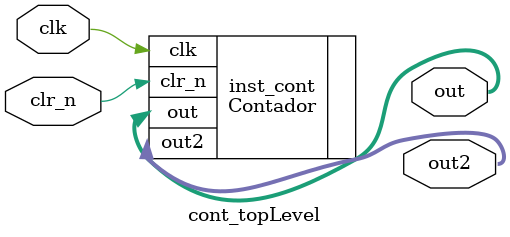
<source format=v>
module cont_topLevel (input clk, input clr_n, 
							output [5:0] out, out2);

Contador inst_cont(
						.clk(clk), 
						.clr_n(clr_n), 
						.out(out),
						.out2(out2)
						);
					
endmodule

</source>
